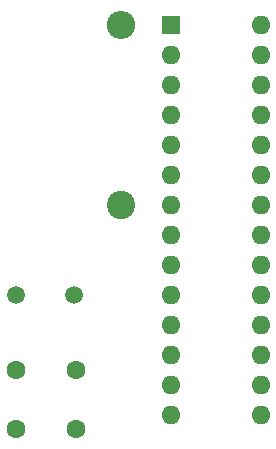
<source format=gbr>
%TF.GenerationSoftware,KiCad,Pcbnew,5.1.9-73d0e3b20d~88~ubuntu18.04.1*%
%TF.CreationDate,2021-02-09T13:12:28+05:30*%
%TF.ProjectId,temperature_sensor_atmega328,74656d70-6572-4617-9475-72655f73656e,rev?*%
%TF.SameCoordinates,Original*%
%TF.FileFunction,Soldermask,Bot*%
%TF.FilePolarity,Negative*%
%FSLAX46Y46*%
G04 Gerber Fmt 4.6, Leading zero omitted, Abs format (unit mm)*
G04 Created by KiCad (PCBNEW 5.1.9-73d0e3b20d~88~ubuntu18.04.1) date 2021-02-09 13:12:28*
%MOMM*%
%LPD*%
G01*
G04 APERTURE LIST*
%ADD10O,1.600000X1.600000*%
%ADD11R,1.600000X1.600000*%
%ADD12O,2.400000X2.400000*%
%ADD13C,2.400000*%
%ADD14C,1.500000*%
%ADD15C,1.600000*%
G04 APERTURE END LIST*
D10*
%TO.C,U1*%
X143890000Y-57200000D03*
X136270000Y-90220000D03*
X143890000Y-59740000D03*
X136270000Y-87680000D03*
X143890000Y-62280000D03*
X136270000Y-85140000D03*
X143890000Y-64820000D03*
X136270000Y-82600000D03*
X143890000Y-67360000D03*
X136270000Y-80060000D03*
X143890000Y-69900000D03*
X136270000Y-77520000D03*
X143890000Y-72440000D03*
X136270000Y-74980000D03*
X143890000Y-74980000D03*
X136270000Y-72440000D03*
X143890000Y-77520000D03*
X136270000Y-69900000D03*
X143890000Y-80060000D03*
X136270000Y-67360000D03*
X143890000Y-82600000D03*
X136270000Y-64820000D03*
X143890000Y-85140000D03*
X136270000Y-62280000D03*
X143890000Y-87680000D03*
X136270000Y-59740000D03*
X143890000Y-90220000D03*
D11*
X136270000Y-57200000D03*
%TD*%
D12*
%TO.C,R1*%
X132080000Y-57150000D03*
D13*
X132080000Y-72390000D03*
%TD*%
D14*
%TO.C,Y1*%
X128070000Y-80010000D03*
X123190000Y-80010000D03*
%TD*%
D15*
%TO.C,C2*%
X128270000Y-91360000D03*
X128270000Y-86360000D03*
%TD*%
%TO.C,C1*%
X123190000Y-91360000D03*
X123190000Y-86360000D03*
%TD*%
M02*

</source>
